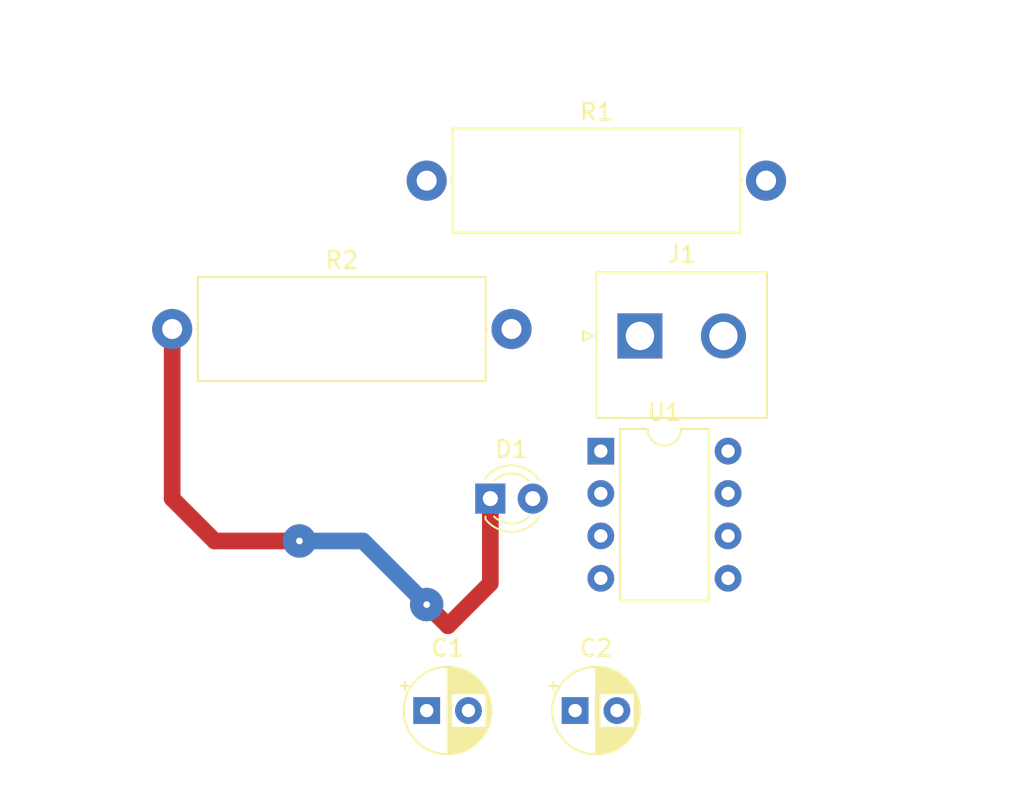
<source format=kicad_pcb>
(kicad_pcb (version 20171130) (host pcbnew "(5.0.0)")

  (general
    (thickness 1.6)
    (drawings 6)
    (tracks 18)
    (zones 0)
    (modules 7)
    (nets 9)
  )

  (page A4)
  (layers
    (0 F.Cu signal)
    (1 In1.Cu signal)
    (2 In2.Cu signal)
    (31 B.Cu signal)
    (32 B.Adhes user)
    (33 F.Adhes user)
    (34 B.Paste user)
    (35 F.Paste user)
    (36 B.SilkS user)
    (37 F.SilkS user)
    (38 B.Mask user)
    (39 F.Mask user)
    (40 Dwgs.User user)
    (41 Cmts.User user)
    (42 Eco1.User user)
    (43 Eco2.User user)
    (44 Edge.Cuts user)
    (45 Margin user)
    (46 B.CrtYd user)
    (47 F.CrtYd user)
    (48 B.Fab user)
    (49 F.Fab user)
  )

  (setup
    (last_trace_width 1)
    (trace_clearance 0.2)
    (zone_clearance 0.508)
    (zone_45_only no)
    (trace_min 0.2)
    (segment_width 0.2)
    (edge_width 0.15)
    (via_size 2)
    (via_drill 0.4)
    (via_min_size 0.4)
    (via_min_drill 0.3)
    (uvia_size 0.3)
    (uvia_drill 0.1)
    (uvias_allowed no)
    (uvia_min_size 0.2)
    (uvia_min_drill 0.1)
    (pcb_text_width 0.3)
    (pcb_text_size 1.5 1.5)
    (mod_edge_width 0.15)
    (mod_text_size 1 1)
    (mod_text_width 0.15)
    (pad_size 1.524 1.524)
    (pad_drill 0.762)
    (pad_to_mask_clearance 0.2)
    (aux_axis_origin 0 0)
    (visible_elements 7FFFFFFF)
    (pcbplotparams
      (layerselection 0x010fc_ffffffff)
      (usegerberextensions false)
      (usegerberattributes false)
      (usegerberadvancedattributes false)
      (creategerberjobfile false)
      (excludeedgelayer true)
      (linewidth 0.100000)
      (plotframeref false)
      (viasonmask false)
      (mode 1)
      (useauxorigin false)
      (hpglpennumber 1)
      (hpglpenspeed 20)
      (hpglpendiameter 15.000000)
      (psnegative false)
      (psa4output false)
      (plotreference true)
      (plotvalue true)
      (plotinvisibletext false)
      (padsonsilk false)
      (subtractmaskfromsilk false)
      (outputformat 1)
      (mirror false)
      (drillshape 1)
      (scaleselection 1)
      (outputdirectory ""))
  )

  (net 0 "")
  (net 1 GND)
  (net 2 "Net-(C1-Pad1)")
  (net 3 "Net-(C2-Pad1)")
  (net 4 "Net-(D1-Pad1)")
  (net 5 "Net-(D1-Pad2)")
  (net 6 VCC)
  (net 7 "Net-(U1-Pad1)")
  (net 8 "Net-(U1-Pad8)")

  (net_class Default "This is the default net class."
    (clearance 0.2)
    (trace_width 1)
    (via_dia 2)
    (via_drill 0.4)
    (uvia_dia 0.3)
    (uvia_drill 0.1)
    (add_net GND)
    (add_net "Net-(C1-Pad1)")
    (add_net "Net-(C2-Pad1)")
    (add_net "Net-(D1-Pad1)")
    (add_net "Net-(D1-Pad2)")
    (add_net "Net-(U1-Pad1)")
    (add_net "Net-(U1-Pad8)")
    (add_net VCC)
  )

  (module Capacitor_THT:CP_Radial_D5.0mm_P2.50mm (layer F.Cu) (tedit 5AE50EF0) (tstamp 5BC5EE04)
    (at 146.05 107.95)
    (descr "CP, Radial series, Radial, pin pitch=2.50mm, , diameter=5mm, Electrolytic Capacitor")
    (tags "CP Radial series Radial pin pitch 2.50mm  diameter 5mm Electrolytic Capacitor")
    (path /5BAD7BC9)
    (fp_text reference C1 (at 1.25 -3.75) (layer F.SilkS)
      (effects (font (size 1 1) (thickness 0.15)))
    )
    (fp_text value CP (at 1.25 3.75) (layer F.Fab)
      (effects (font (size 1 1) (thickness 0.15)))
    )
    (fp_text user %R (at 1.25 0) (layer F.Fab)
      (effects (font (size 1 1) (thickness 0.15)))
    )
    (fp_line (start -1.304775 -1.725) (end -1.304775 -1.225) (layer F.SilkS) (width 0.12))
    (fp_line (start -1.554775 -1.475) (end -1.054775 -1.475) (layer F.SilkS) (width 0.12))
    (fp_line (start 3.851 -0.284) (end 3.851 0.284) (layer F.SilkS) (width 0.12))
    (fp_line (start 3.811 -0.518) (end 3.811 0.518) (layer F.SilkS) (width 0.12))
    (fp_line (start 3.771 -0.677) (end 3.771 0.677) (layer F.SilkS) (width 0.12))
    (fp_line (start 3.731 -0.805) (end 3.731 0.805) (layer F.SilkS) (width 0.12))
    (fp_line (start 3.691 -0.915) (end 3.691 0.915) (layer F.SilkS) (width 0.12))
    (fp_line (start 3.651 -1.011) (end 3.651 1.011) (layer F.SilkS) (width 0.12))
    (fp_line (start 3.611 -1.098) (end 3.611 1.098) (layer F.SilkS) (width 0.12))
    (fp_line (start 3.571 -1.178) (end 3.571 1.178) (layer F.SilkS) (width 0.12))
    (fp_line (start 3.531 1.04) (end 3.531 1.251) (layer F.SilkS) (width 0.12))
    (fp_line (start 3.531 -1.251) (end 3.531 -1.04) (layer F.SilkS) (width 0.12))
    (fp_line (start 3.491 1.04) (end 3.491 1.319) (layer F.SilkS) (width 0.12))
    (fp_line (start 3.491 -1.319) (end 3.491 -1.04) (layer F.SilkS) (width 0.12))
    (fp_line (start 3.451 1.04) (end 3.451 1.383) (layer F.SilkS) (width 0.12))
    (fp_line (start 3.451 -1.383) (end 3.451 -1.04) (layer F.SilkS) (width 0.12))
    (fp_line (start 3.411 1.04) (end 3.411 1.443) (layer F.SilkS) (width 0.12))
    (fp_line (start 3.411 -1.443) (end 3.411 -1.04) (layer F.SilkS) (width 0.12))
    (fp_line (start 3.371 1.04) (end 3.371 1.5) (layer F.SilkS) (width 0.12))
    (fp_line (start 3.371 -1.5) (end 3.371 -1.04) (layer F.SilkS) (width 0.12))
    (fp_line (start 3.331 1.04) (end 3.331 1.554) (layer F.SilkS) (width 0.12))
    (fp_line (start 3.331 -1.554) (end 3.331 -1.04) (layer F.SilkS) (width 0.12))
    (fp_line (start 3.291 1.04) (end 3.291 1.605) (layer F.SilkS) (width 0.12))
    (fp_line (start 3.291 -1.605) (end 3.291 -1.04) (layer F.SilkS) (width 0.12))
    (fp_line (start 3.251 1.04) (end 3.251 1.653) (layer F.SilkS) (width 0.12))
    (fp_line (start 3.251 -1.653) (end 3.251 -1.04) (layer F.SilkS) (width 0.12))
    (fp_line (start 3.211 1.04) (end 3.211 1.699) (layer F.SilkS) (width 0.12))
    (fp_line (start 3.211 -1.699) (end 3.211 -1.04) (layer F.SilkS) (width 0.12))
    (fp_line (start 3.171 1.04) (end 3.171 1.743) (layer F.SilkS) (width 0.12))
    (fp_line (start 3.171 -1.743) (end 3.171 -1.04) (layer F.SilkS) (width 0.12))
    (fp_line (start 3.131 1.04) (end 3.131 1.785) (layer F.SilkS) (width 0.12))
    (fp_line (start 3.131 -1.785) (end 3.131 -1.04) (layer F.SilkS) (width 0.12))
    (fp_line (start 3.091 1.04) (end 3.091 1.826) (layer F.SilkS) (width 0.12))
    (fp_line (start 3.091 -1.826) (end 3.091 -1.04) (layer F.SilkS) (width 0.12))
    (fp_line (start 3.051 1.04) (end 3.051 1.864) (layer F.SilkS) (width 0.12))
    (fp_line (start 3.051 -1.864) (end 3.051 -1.04) (layer F.SilkS) (width 0.12))
    (fp_line (start 3.011 1.04) (end 3.011 1.901) (layer F.SilkS) (width 0.12))
    (fp_line (start 3.011 -1.901) (end 3.011 -1.04) (layer F.SilkS) (width 0.12))
    (fp_line (start 2.971 1.04) (end 2.971 1.937) (layer F.SilkS) (width 0.12))
    (fp_line (start 2.971 -1.937) (end 2.971 -1.04) (layer F.SilkS) (width 0.12))
    (fp_line (start 2.931 1.04) (end 2.931 1.971) (layer F.SilkS) (width 0.12))
    (fp_line (start 2.931 -1.971) (end 2.931 -1.04) (layer F.SilkS) (width 0.12))
    (fp_line (start 2.891 1.04) (end 2.891 2.004) (layer F.SilkS) (width 0.12))
    (fp_line (start 2.891 -2.004) (end 2.891 -1.04) (layer F.SilkS) (width 0.12))
    (fp_line (start 2.851 1.04) (end 2.851 2.035) (layer F.SilkS) (width 0.12))
    (fp_line (start 2.851 -2.035) (end 2.851 -1.04) (layer F.SilkS) (width 0.12))
    (fp_line (start 2.811 1.04) (end 2.811 2.065) (layer F.SilkS) (width 0.12))
    (fp_line (start 2.811 -2.065) (end 2.811 -1.04) (layer F.SilkS) (width 0.12))
    (fp_line (start 2.771 1.04) (end 2.771 2.095) (layer F.SilkS) (width 0.12))
    (fp_line (start 2.771 -2.095) (end 2.771 -1.04) (layer F.SilkS) (width 0.12))
    (fp_line (start 2.731 1.04) (end 2.731 2.122) (layer F.SilkS) (width 0.12))
    (fp_line (start 2.731 -2.122) (end 2.731 -1.04) (layer F.SilkS) (width 0.12))
    (fp_line (start 2.691 1.04) (end 2.691 2.149) (layer F.SilkS) (width 0.12))
    (fp_line (start 2.691 -2.149) (end 2.691 -1.04) (layer F.SilkS) (width 0.12))
    (fp_line (start 2.651 1.04) (end 2.651 2.175) (layer F.SilkS) (width 0.12))
    (fp_line (start 2.651 -2.175) (end 2.651 -1.04) (layer F.SilkS) (width 0.12))
    (fp_line (start 2.611 1.04) (end 2.611 2.2) (layer F.SilkS) (width 0.12))
    (fp_line (start 2.611 -2.2) (end 2.611 -1.04) (layer F.SilkS) (width 0.12))
    (fp_line (start 2.571 1.04) (end 2.571 2.224) (layer F.SilkS) (width 0.12))
    (fp_line (start 2.571 -2.224) (end 2.571 -1.04) (layer F.SilkS) (width 0.12))
    (fp_line (start 2.531 1.04) (end 2.531 2.247) (layer F.SilkS) (width 0.12))
    (fp_line (start 2.531 -2.247) (end 2.531 -1.04) (layer F.SilkS) (width 0.12))
    (fp_line (start 2.491 1.04) (end 2.491 2.268) (layer F.SilkS) (width 0.12))
    (fp_line (start 2.491 -2.268) (end 2.491 -1.04) (layer F.SilkS) (width 0.12))
    (fp_line (start 2.451 1.04) (end 2.451 2.29) (layer F.SilkS) (width 0.12))
    (fp_line (start 2.451 -2.29) (end 2.451 -1.04) (layer F.SilkS) (width 0.12))
    (fp_line (start 2.411 1.04) (end 2.411 2.31) (layer F.SilkS) (width 0.12))
    (fp_line (start 2.411 -2.31) (end 2.411 -1.04) (layer F.SilkS) (width 0.12))
    (fp_line (start 2.371 1.04) (end 2.371 2.329) (layer F.SilkS) (width 0.12))
    (fp_line (start 2.371 -2.329) (end 2.371 -1.04) (layer F.SilkS) (width 0.12))
    (fp_line (start 2.331 1.04) (end 2.331 2.348) (layer F.SilkS) (width 0.12))
    (fp_line (start 2.331 -2.348) (end 2.331 -1.04) (layer F.SilkS) (width 0.12))
    (fp_line (start 2.291 1.04) (end 2.291 2.365) (layer F.SilkS) (width 0.12))
    (fp_line (start 2.291 -2.365) (end 2.291 -1.04) (layer F.SilkS) (width 0.12))
    (fp_line (start 2.251 1.04) (end 2.251 2.382) (layer F.SilkS) (width 0.12))
    (fp_line (start 2.251 -2.382) (end 2.251 -1.04) (layer F.SilkS) (width 0.12))
    (fp_line (start 2.211 1.04) (end 2.211 2.398) (layer F.SilkS) (width 0.12))
    (fp_line (start 2.211 -2.398) (end 2.211 -1.04) (layer F.SilkS) (width 0.12))
    (fp_line (start 2.171 1.04) (end 2.171 2.414) (layer F.SilkS) (width 0.12))
    (fp_line (start 2.171 -2.414) (end 2.171 -1.04) (layer F.SilkS) (width 0.12))
    (fp_line (start 2.131 1.04) (end 2.131 2.428) (layer F.SilkS) (width 0.12))
    (fp_line (start 2.131 -2.428) (end 2.131 -1.04) (layer F.SilkS) (width 0.12))
    (fp_line (start 2.091 1.04) (end 2.091 2.442) (layer F.SilkS) (width 0.12))
    (fp_line (start 2.091 -2.442) (end 2.091 -1.04) (layer F.SilkS) (width 0.12))
    (fp_line (start 2.051 1.04) (end 2.051 2.455) (layer F.SilkS) (width 0.12))
    (fp_line (start 2.051 -2.455) (end 2.051 -1.04) (layer F.SilkS) (width 0.12))
    (fp_line (start 2.011 1.04) (end 2.011 2.468) (layer F.SilkS) (width 0.12))
    (fp_line (start 2.011 -2.468) (end 2.011 -1.04) (layer F.SilkS) (width 0.12))
    (fp_line (start 1.971 1.04) (end 1.971 2.48) (layer F.SilkS) (width 0.12))
    (fp_line (start 1.971 -2.48) (end 1.971 -1.04) (layer F.SilkS) (width 0.12))
    (fp_line (start 1.93 1.04) (end 1.93 2.491) (layer F.SilkS) (width 0.12))
    (fp_line (start 1.93 -2.491) (end 1.93 -1.04) (layer F.SilkS) (width 0.12))
    (fp_line (start 1.89 1.04) (end 1.89 2.501) (layer F.SilkS) (width 0.12))
    (fp_line (start 1.89 -2.501) (end 1.89 -1.04) (layer F.SilkS) (width 0.12))
    (fp_line (start 1.85 1.04) (end 1.85 2.511) (layer F.SilkS) (width 0.12))
    (fp_line (start 1.85 -2.511) (end 1.85 -1.04) (layer F.SilkS) (width 0.12))
    (fp_line (start 1.81 1.04) (end 1.81 2.52) (layer F.SilkS) (width 0.12))
    (fp_line (start 1.81 -2.52) (end 1.81 -1.04) (layer F.SilkS) (width 0.12))
    (fp_line (start 1.77 1.04) (end 1.77 2.528) (layer F.SilkS) (width 0.12))
    (fp_line (start 1.77 -2.528) (end 1.77 -1.04) (layer F.SilkS) (width 0.12))
    (fp_line (start 1.73 1.04) (end 1.73 2.536) (layer F.SilkS) (width 0.12))
    (fp_line (start 1.73 -2.536) (end 1.73 -1.04) (layer F.SilkS) (width 0.12))
    (fp_line (start 1.69 1.04) (end 1.69 2.543) (layer F.SilkS) (width 0.12))
    (fp_line (start 1.69 -2.543) (end 1.69 -1.04) (layer F.SilkS) (width 0.12))
    (fp_line (start 1.65 1.04) (end 1.65 2.55) (layer F.SilkS) (width 0.12))
    (fp_line (start 1.65 -2.55) (end 1.65 -1.04) (layer F.SilkS) (width 0.12))
    (fp_line (start 1.61 1.04) (end 1.61 2.556) (layer F.SilkS) (width 0.12))
    (fp_line (start 1.61 -2.556) (end 1.61 -1.04) (layer F.SilkS) (width 0.12))
    (fp_line (start 1.57 1.04) (end 1.57 2.561) (layer F.SilkS) (width 0.12))
    (fp_line (start 1.57 -2.561) (end 1.57 -1.04) (layer F.SilkS) (width 0.12))
    (fp_line (start 1.53 1.04) (end 1.53 2.565) (layer F.SilkS) (width 0.12))
    (fp_line (start 1.53 -2.565) (end 1.53 -1.04) (layer F.SilkS) (width 0.12))
    (fp_line (start 1.49 1.04) (end 1.49 2.569) (layer F.SilkS) (width 0.12))
    (fp_line (start 1.49 -2.569) (end 1.49 -1.04) (layer F.SilkS) (width 0.12))
    (fp_line (start 1.45 -2.573) (end 1.45 2.573) (layer F.SilkS) (width 0.12))
    (fp_line (start 1.41 -2.576) (end 1.41 2.576) (layer F.SilkS) (width 0.12))
    (fp_line (start 1.37 -2.578) (end 1.37 2.578) (layer F.SilkS) (width 0.12))
    (fp_line (start 1.33 -2.579) (end 1.33 2.579) (layer F.SilkS) (width 0.12))
    (fp_line (start 1.29 -2.58) (end 1.29 2.58) (layer F.SilkS) (width 0.12))
    (fp_line (start 1.25 -2.58) (end 1.25 2.58) (layer F.SilkS) (width 0.12))
    (fp_line (start -0.633605 -1.3375) (end -0.633605 -0.8375) (layer F.Fab) (width 0.1))
    (fp_line (start -0.883605 -1.0875) (end -0.383605 -1.0875) (layer F.Fab) (width 0.1))
    (fp_circle (center 1.25 0) (end 4 0) (layer F.CrtYd) (width 0.05))
    (fp_circle (center 1.25 0) (end 3.87 0) (layer F.SilkS) (width 0.12))
    (fp_circle (center 1.25 0) (end 3.75 0) (layer F.Fab) (width 0.1))
    (pad 2 thru_hole circle (at 2.5 0) (size 1.6 1.6) (drill 0.8) (layers *.Cu *.Mask)
      (net 1 GND))
    (pad 1 thru_hole rect (at 0 0) (size 1.6 1.6) (drill 0.8) (layers *.Cu *.Mask)
      (net 2 "Net-(C1-Pad1)"))
    (model ${KISYS3DMOD}/Capacitor_THT.3dshapes/CP_Radial_D5.0mm_P2.50mm.wrl
      (at (xyz 0 0 0))
      (scale (xyz 1 1 1))
      (rotate (xyz 0 0 0))
    )
  )

  (module Capacitor_THT:CP_Radial_D5.0mm_P2.50mm (layer F.Cu) (tedit 5AE50EF0) (tstamp 5BC5EE88)
    (at 154.94 107.95)
    (descr "CP, Radial series, Radial, pin pitch=2.50mm, , diameter=5mm, Electrolytic Capacitor")
    (tags "CP Radial series Radial pin pitch 2.50mm  diameter 5mm Electrolytic Capacitor")
    (path /5BAD7B77)
    (fp_text reference C2 (at 1.25 -3.75) (layer F.SilkS)
      (effects (font (size 1 1) (thickness 0.15)))
    )
    (fp_text value CP (at 1.25 3.75) (layer F.Fab)
      (effects (font (size 1 1) (thickness 0.15)))
    )
    (fp_circle (center 1.25 0) (end 3.75 0) (layer F.Fab) (width 0.1))
    (fp_circle (center 1.25 0) (end 3.87 0) (layer F.SilkS) (width 0.12))
    (fp_circle (center 1.25 0) (end 4 0) (layer F.CrtYd) (width 0.05))
    (fp_line (start -0.883605 -1.0875) (end -0.383605 -1.0875) (layer F.Fab) (width 0.1))
    (fp_line (start -0.633605 -1.3375) (end -0.633605 -0.8375) (layer F.Fab) (width 0.1))
    (fp_line (start 1.25 -2.58) (end 1.25 2.58) (layer F.SilkS) (width 0.12))
    (fp_line (start 1.29 -2.58) (end 1.29 2.58) (layer F.SilkS) (width 0.12))
    (fp_line (start 1.33 -2.579) (end 1.33 2.579) (layer F.SilkS) (width 0.12))
    (fp_line (start 1.37 -2.578) (end 1.37 2.578) (layer F.SilkS) (width 0.12))
    (fp_line (start 1.41 -2.576) (end 1.41 2.576) (layer F.SilkS) (width 0.12))
    (fp_line (start 1.45 -2.573) (end 1.45 2.573) (layer F.SilkS) (width 0.12))
    (fp_line (start 1.49 -2.569) (end 1.49 -1.04) (layer F.SilkS) (width 0.12))
    (fp_line (start 1.49 1.04) (end 1.49 2.569) (layer F.SilkS) (width 0.12))
    (fp_line (start 1.53 -2.565) (end 1.53 -1.04) (layer F.SilkS) (width 0.12))
    (fp_line (start 1.53 1.04) (end 1.53 2.565) (layer F.SilkS) (width 0.12))
    (fp_line (start 1.57 -2.561) (end 1.57 -1.04) (layer F.SilkS) (width 0.12))
    (fp_line (start 1.57 1.04) (end 1.57 2.561) (layer F.SilkS) (width 0.12))
    (fp_line (start 1.61 -2.556) (end 1.61 -1.04) (layer F.SilkS) (width 0.12))
    (fp_line (start 1.61 1.04) (end 1.61 2.556) (layer F.SilkS) (width 0.12))
    (fp_line (start 1.65 -2.55) (end 1.65 -1.04) (layer F.SilkS) (width 0.12))
    (fp_line (start 1.65 1.04) (end 1.65 2.55) (layer F.SilkS) (width 0.12))
    (fp_line (start 1.69 -2.543) (end 1.69 -1.04) (layer F.SilkS) (width 0.12))
    (fp_line (start 1.69 1.04) (end 1.69 2.543) (layer F.SilkS) (width 0.12))
    (fp_line (start 1.73 -2.536) (end 1.73 -1.04) (layer F.SilkS) (width 0.12))
    (fp_line (start 1.73 1.04) (end 1.73 2.536) (layer F.SilkS) (width 0.12))
    (fp_line (start 1.77 -2.528) (end 1.77 -1.04) (layer F.SilkS) (width 0.12))
    (fp_line (start 1.77 1.04) (end 1.77 2.528) (layer F.SilkS) (width 0.12))
    (fp_line (start 1.81 -2.52) (end 1.81 -1.04) (layer F.SilkS) (width 0.12))
    (fp_line (start 1.81 1.04) (end 1.81 2.52) (layer F.SilkS) (width 0.12))
    (fp_line (start 1.85 -2.511) (end 1.85 -1.04) (layer F.SilkS) (width 0.12))
    (fp_line (start 1.85 1.04) (end 1.85 2.511) (layer F.SilkS) (width 0.12))
    (fp_line (start 1.89 -2.501) (end 1.89 -1.04) (layer F.SilkS) (width 0.12))
    (fp_line (start 1.89 1.04) (end 1.89 2.501) (layer F.SilkS) (width 0.12))
    (fp_line (start 1.93 -2.491) (end 1.93 -1.04) (layer F.SilkS) (width 0.12))
    (fp_line (start 1.93 1.04) (end 1.93 2.491) (layer F.SilkS) (width 0.12))
    (fp_line (start 1.971 -2.48) (end 1.971 -1.04) (layer F.SilkS) (width 0.12))
    (fp_line (start 1.971 1.04) (end 1.971 2.48) (layer F.SilkS) (width 0.12))
    (fp_line (start 2.011 -2.468) (end 2.011 -1.04) (layer F.SilkS) (width 0.12))
    (fp_line (start 2.011 1.04) (end 2.011 2.468) (layer F.SilkS) (width 0.12))
    (fp_line (start 2.051 -2.455) (end 2.051 -1.04) (layer F.SilkS) (width 0.12))
    (fp_line (start 2.051 1.04) (end 2.051 2.455) (layer F.SilkS) (width 0.12))
    (fp_line (start 2.091 -2.442) (end 2.091 -1.04) (layer F.SilkS) (width 0.12))
    (fp_line (start 2.091 1.04) (end 2.091 2.442) (layer F.SilkS) (width 0.12))
    (fp_line (start 2.131 -2.428) (end 2.131 -1.04) (layer F.SilkS) (width 0.12))
    (fp_line (start 2.131 1.04) (end 2.131 2.428) (layer F.SilkS) (width 0.12))
    (fp_line (start 2.171 -2.414) (end 2.171 -1.04) (layer F.SilkS) (width 0.12))
    (fp_line (start 2.171 1.04) (end 2.171 2.414) (layer F.SilkS) (width 0.12))
    (fp_line (start 2.211 -2.398) (end 2.211 -1.04) (layer F.SilkS) (width 0.12))
    (fp_line (start 2.211 1.04) (end 2.211 2.398) (layer F.SilkS) (width 0.12))
    (fp_line (start 2.251 -2.382) (end 2.251 -1.04) (layer F.SilkS) (width 0.12))
    (fp_line (start 2.251 1.04) (end 2.251 2.382) (layer F.SilkS) (width 0.12))
    (fp_line (start 2.291 -2.365) (end 2.291 -1.04) (layer F.SilkS) (width 0.12))
    (fp_line (start 2.291 1.04) (end 2.291 2.365) (layer F.SilkS) (width 0.12))
    (fp_line (start 2.331 -2.348) (end 2.331 -1.04) (layer F.SilkS) (width 0.12))
    (fp_line (start 2.331 1.04) (end 2.331 2.348) (layer F.SilkS) (width 0.12))
    (fp_line (start 2.371 -2.329) (end 2.371 -1.04) (layer F.SilkS) (width 0.12))
    (fp_line (start 2.371 1.04) (end 2.371 2.329) (layer F.SilkS) (width 0.12))
    (fp_line (start 2.411 -2.31) (end 2.411 -1.04) (layer F.SilkS) (width 0.12))
    (fp_line (start 2.411 1.04) (end 2.411 2.31) (layer F.SilkS) (width 0.12))
    (fp_line (start 2.451 -2.29) (end 2.451 -1.04) (layer F.SilkS) (width 0.12))
    (fp_line (start 2.451 1.04) (end 2.451 2.29) (layer F.SilkS) (width 0.12))
    (fp_line (start 2.491 -2.268) (end 2.491 -1.04) (layer F.SilkS) (width 0.12))
    (fp_line (start 2.491 1.04) (end 2.491 2.268) (layer F.SilkS) (width 0.12))
    (fp_line (start 2.531 -2.247) (end 2.531 -1.04) (layer F.SilkS) (width 0.12))
    (fp_line (start 2.531 1.04) (end 2.531 2.247) (layer F.SilkS) (width 0.12))
    (fp_line (start 2.571 -2.224) (end 2.571 -1.04) (layer F.SilkS) (width 0.12))
    (fp_line (start 2.571 1.04) (end 2.571 2.224) (layer F.SilkS) (width 0.12))
    (fp_line (start 2.611 -2.2) (end 2.611 -1.04) (layer F.SilkS) (width 0.12))
    (fp_line (start 2.611 1.04) (end 2.611 2.2) (layer F.SilkS) (width 0.12))
    (fp_line (start 2.651 -2.175) (end 2.651 -1.04) (layer F.SilkS) (width 0.12))
    (fp_line (start 2.651 1.04) (end 2.651 2.175) (layer F.SilkS) (width 0.12))
    (fp_line (start 2.691 -2.149) (end 2.691 -1.04) (layer F.SilkS) (width 0.12))
    (fp_line (start 2.691 1.04) (end 2.691 2.149) (layer F.SilkS) (width 0.12))
    (fp_line (start 2.731 -2.122) (end 2.731 -1.04) (layer F.SilkS) (width 0.12))
    (fp_line (start 2.731 1.04) (end 2.731 2.122) (layer F.SilkS) (width 0.12))
    (fp_line (start 2.771 -2.095) (end 2.771 -1.04) (layer F.SilkS) (width 0.12))
    (fp_line (start 2.771 1.04) (end 2.771 2.095) (layer F.SilkS) (width 0.12))
    (fp_line (start 2.811 -2.065) (end 2.811 -1.04) (layer F.SilkS) (width 0.12))
    (fp_line (start 2.811 1.04) (end 2.811 2.065) (layer F.SilkS) (width 0.12))
    (fp_line (start 2.851 -2.035) (end 2.851 -1.04) (layer F.SilkS) (width 0.12))
    (fp_line (start 2.851 1.04) (end 2.851 2.035) (layer F.SilkS) (width 0.12))
    (fp_line (start 2.891 -2.004) (end 2.891 -1.04) (layer F.SilkS) (width 0.12))
    (fp_line (start 2.891 1.04) (end 2.891 2.004) (layer F.SilkS) (width 0.12))
    (fp_line (start 2.931 -1.971) (end 2.931 -1.04) (layer F.SilkS) (width 0.12))
    (fp_line (start 2.931 1.04) (end 2.931 1.971) (layer F.SilkS) (width 0.12))
    (fp_line (start 2.971 -1.937) (end 2.971 -1.04) (layer F.SilkS) (width 0.12))
    (fp_line (start 2.971 1.04) (end 2.971 1.937) (layer F.SilkS) (width 0.12))
    (fp_line (start 3.011 -1.901) (end 3.011 -1.04) (layer F.SilkS) (width 0.12))
    (fp_line (start 3.011 1.04) (end 3.011 1.901) (layer F.SilkS) (width 0.12))
    (fp_line (start 3.051 -1.864) (end 3.051 -1.04) (layer F.SilkS) (width 0.12))
    (fp_line (start 3.051 1.04) (end 3.051 1.864) (layer F.SilkS) (width 0.12))
    (fp_line (start 3.091 -1.826) (end 3.091 -1.04) (layer F.SilkS) (width 0.12))
    (fp_line (start 3.091 1.04) (end 3.091 1.826) (layer F.SilkS) (width 0.12))
    (fp_line (start 3.131 -1.785) (end 3.131 -1.04) (layer F.SilkS) (width 0.12))
    (fp_line (start 3.131 1.04) (end 3.131 1.785) (layer F.SilkS) (width 0.12))
    (fp_line (start 3.171 -1.743) (end 3.171 -1.04) (layer F.SilkS) (width 0.12))
    (fp_line (start 3.171 1.04) (end 3.171 1.743) (layer F.SilkS) (width 0.12))
    (fp_line (start 3.211 -1.699) (end 3.211 -1.04) (layer F.SilkS) (width 0.12))
    (fp_line (start 3.211 1.04) (end 3.211 1.699) (layer F.SilkS) (width 0.12))
    (fp_line (start 3.251 -1.653) (end 3.251 -1.04) (layer F.SilkS) (width 0.12))
    (fp_line (start 3.251 1.04) (end 3.251 1.653) (layer F.SilkS) (width 0.12))
    (fp_line (start 3.291 -1.605) (end 3.291 -1.04) (layer F.SilkS) (width 0.12))
    (fp_line (start 3.291 1.04) (end 3.291 1.605) (layer F.SilkS) (width 0.12))
    (fp_line (start 3.331 -1.554) (end 3.331 -1.04) (layer F.SilkS) (width 0.12))
    (fp_line (start 3.331 1.04) (end 3.331 1.554) (layer F.SilkS) (width 0.12))
    (fp_line (start 3.371 -1.5) (end 3.371 -1.04) (layer F.SilkS) (width 0.12))
    (fp_line (start 3.371 1.04) (end 3.371 1.5) (layer F.SilkS) (width 0.12))
    (fp_line (start 3.411 -1.443) (end 3.411 -1.04) (layer F.SilkS) (width 0.12))
    (fp_line (start 3.411 1.04) (end 3.411 1.443) (layer F.SilkS) (width 0.12))
    (fp_line (start 3.451 -1.383) (end 3.451 -1.04) (layer F.SilkS) (width 0.12))
    (fp_line (start 3.451 1.04) (end 3.451 1.383) (layer F.SilkS) (width 0.12))
    (fp_line (start 3.491 -1.319) (end 3.491 -1.04) (layer F.SilkS) (width 0.12))
    (fp_line (start 3.491 1.04) (end 3.491 1.319) (layer F.SilkS) (width 0.12))
    (fp_line (start 3.531 -1.251) (end 3.531 -1.04) (layer F.SilkS) (width 0.12))
    (fp_line (start 3.531 1.04) (end 3.531 1.251) (layer F.SilkS) (width 0.12))
    (fp_line (start 3.571 -1.178) (end 3.571 1.178) (layer F.SilkS) (width 0.12))
    (fp_line (start 3.611 -1.098) (end 3.611 1.098) (layer F.SilkS) (width 0.12))
    (fp_line (start 3.651 -1.011) (end 3.651 1.011) (layer F.SilkS) (width 0.12))
    (fp_line (start 3.691 -0.915) (end 3.691 0.915) (layer F.SilkS) (width 0.12))
    (fp_line (start 3.731 -0.805) (end 3.731 0.805) (layer F.SilkS) (width 0.12))
    (fp_line (start 3.771 -0.677) (end 3.771 0.677) (layer F.SilkS) (width 0.12))
    (fp_line (start 3.811 -0.518) (end 3.811 0.518) (layer F.SilkS) (width 0.12))
    (fp_line (start 3.851 -0.284) (end 3.851 0.284) (layer F.SilkS) (width 0.12))
    (fp_line (start -1.554775 -1.475) (end -1.054775 -1.475) (layer F.SilkS) (width 0.12))
    (fp_line (start -1.304775 -1.725) (end -1.304775 -1.225) (layer F.SilkS) (width 0.12))
    (fp_text user %R (at 1.25 0) (layer F.Fab)
      (effects (font (size 1 1) (thickness 0.15)))
    )
    (pad 1 thru_hole rect (at 0 0) (size 1.6 1.6) (drill 0.8) (layers *.Cu *.Mask)
      (net 3 "Net-(C2-Pad1)"))
    (pad 2 thru_hole circle (at 2.5 0) (size 1.6 1.6) (drill 0.8) (layers *.Cu *.Mask)
      (net 1 GND))
    (model ${KISYS3DMOD}/Capacitor_THT.3dshapes/CP_Radial_D5.0mm_P2.50mm.wrl
      (at (xyz 0 0 0))
      (scale (xyz 1 1 1))
      (rotate (xyz 0 0 0))
    )
  )

  (module LED_THT:LED_D3.0mm (layer F.Cu) (tedit 587A3A7B) (tstamp 5BC5EE9B)
    (at 149.86 95.25)
    (descr "LED, diameter 3.0mm, 2 pins")
    (tags "LED diameter 3.0mm 2 pins")
    (path /5BAD7C37)
    (fp_text reference D1 (at 1.27 -2.96) (layer F.SilkS)
      (effects (font (size 1 1) (thickness 0.15)))
    )
    (fp_text value LED (at 1.27 2.96) (layer F.Fab)
      (effects (font (size 1 1) (thickness 0.15)))
    )
    (fp_arc (start 1.27 0) (end -0.23 -1.16619) (angle 284.3) (layer F.Fab) (width 0.1))
    (fp_arc (start 1.27 0) (end -0.29 -1.235516) (angle 108.8) (layer F.SilkS) (width 0.12))
    (fp_arc (start 1.27 0) (end -0.29 1.235516) (angle -108.8) (layer F.SilkS) (width 0.12))
    (fp_arc (start 1.27 0) (end 0.229039 -1.08) (angle 87.9) (layer F.SilkS) (width 0.12))
    (fp_arc (start 1.27 0) (end 0.229039 1.08) (angle -87.9) (layer F.SilkS) (width 0.12))
    (fp_circle (center 1.27 0) (end 2.77 0) (layer F.Fab) (width 0.1))
    (fp_line (start -0.23 -1.16619) (end -0.23 1.16619) (layer F.Fab) (width 0.1))
    (fp_line (start -0.29 -1.236) (end -0.29 -1.08) (layer F.SilkS) (width 0.12))
    (fp_line (start -0.29 1.08) (end -0.29 1.236) (layer F.SilkS) (width 0.12))
    (fp_line (start -1.15 -2.25) (end -1.15 2.25) (layer F.CrtYd) (width 0.05))
    (fp_line (start -1.15 2.25) (end 3.7 2.25) (layer F.CrtYd) (width 0.05))
    (fp_line (start 3.7 2.25) (end 3.7 -2.25) (layer F.CrtYd) (width 0.05))
    (fp_line (start 3.7 -2.25) (end -1.15 -2.25) (layer F.CrtYd) (width 0.05))
    (pad 1 thru_hole rect (at 0 0) (size 1.8 1.8) (drill 0.9) (layers *.Cu *.Mask)
      (net 4 "Net-(D1-Pad1)"))
    (pad 2 thru_hole circle (at 2.54 0) (size 1.8 1.8) (drill 0.9) (layers *.Cu *.Mask)
      (net 5 "Net-(D1-Pad2)"))
    (model ${KISYS3DMOD}/LED_THT.3dshapes/LED_D3.0mm.wrl
      (at (xyz 0 0 0))
      (scale (xyz 1 1 1))
      (rotate (xyz 0 0 0))
    )
  )

  (module Connector_JST:JST_NV_B02P-NV_1x02_P5.00mm_Vertical (layer F.Cu) (tedit 5A0E4143) (tstamp 5BC5EEB4)
    (at 158.820001 85.505001)
    (descr "JST NV series connector, B02P-NV (http://www.jst-mfg.com/product/pdf/eng/eNV.pdf), generated with kicad-footprint-generator")
    (tags "connector JST NV side entry")
    (path /5BAD91DA)
    (fp_text reference J1 (at 2.5 -4.9) (layer F.SilkS)
      (effects (font (size 1 1) (thickness 0.15)))
    )
    (fp_text value Conn_01x02_Female (at 2.5 6) (layer F.Fab)
      (effects (font (size 1 1) (thickness 0.15)))
    )
    (fp_line (start -2.5 -3.7) (end -2.5 4.8) (layer F.Fab) (width 0.1))
    (fp_line (start -2.5 4.8) (end 7.5 4.8) (layer F.Fab) (width 0.1))
    (fp_line (start 7.5 4.8) (end 7.5 -3.7) (layer F.Fab) (width 0.1))
    (fp_line (start 7.5 -3.7) (end -2.5 -3.7) (layer F.Fab) (width 0.1))
    (fp_line (start -2.5 -2) (end 7.5 -2) (layer F.Fab) (width 0.1))
    (fp_line (start -2.5 -1) (end -1.5 0) (layer F.Fab) (width 0.1))
    (fp_line (start -2.5 1) (end -1.5 0) (layer F.Fab) (width 0.1))
    (fp_line (start -3 -4.2) (end -3 5.3) (layer F.CrtYd) (width 0.05))
    (fp_line (start -3 5.3) (end 8 5.3) (layer F.CrtYd) (width 0.05))
    (fp_line (start 8 5.3) (end 8 -4.2) (layer F.CrtYd) (width 0.05))
    (fp_line (start 8 -4.2) (end -3 -4.2) (layer F.CrtYd) (width 0.05))
    (fp_line (start -2.61 -3.81) (end -2.61 4.91) (layer F.SilkS) (width 0.12))
    (fp_line (start -2.61 4.91) (end 7.61 4.91) (layer F.SilkS) (width 0.12))
    (fp_line (start 7.61 4.91) (end 7.61 -3.81) (layer F.SilkS) (width 0.12))
    (fp_line (start 7.61 -3.81) (end -2.61 -3.81) (layer F.SilkS) (width 0.12))
    (fp_line (start -2.81 0) (end -3.41 0.3) (layer F.SilkS) (width 0.12))
    (fp_line (start -3.41 0.3) (end -3.41 -0.3) (layer F.SilkS) (width 0.12))
    (fp_line (start -3.41 -0.3) (end -2.81 0) (layer F.SilkS) (width 0.12))
    (fp_text user %R (at 2.5 4.1) (layer F.Fab)
      (effects (font (size 1 1) (thickness 0.15)))
    )
    (pad 1 thru_hole rect (at 0 0) (size 2.7 2.7) (drill 1.7) (layers *.Cu *.Mask)
      (net 1 GND))
    (pad 2 thru_hole circle (at 5 0) (size 2.7 2.7) (drill 1.7) (layers *.Cu *.Mask)
      (net 6 VCC))
    (model ${KISYS3DMOD}/Connector_JST.3dshapes/JST_NV_B02P-NV_1x02_P5.00mm_Vertical.wrl
      (at (xyz 0 0 0))
      (scale (xyz 1 1 1))
      (rotate (xyz 0 0 0))
    )
  )

  (module Resistor_THT:R_Axial_DIN0617_L17.0mm_D6.0mm_P20.32mm_Horizontal (layer F.Cu) (tedit 5AE5139B) (tstamp 5BC5EECB)
    (at 146.05 76.2)
    (descr "Resistor, Axial_DIN0617 series, Axial, Horizontal, pin pitch=20.32mm, 2W, length*diameter=17*6mm^2, http://www.vishay.com/docs/20128/wkxwrx.pdf")
    (tags "Resistor Axial_DIN0617 series Axial Horizontal pin pitch 20.32mm 2W length 17mm diameter 6mm")
    (path /5BAD7A94)
    (fp_text reference R1 (at 10.16 -4.12) (layer F.SilkS)
      (effects (font (size 1 1) (thickness 0.15)))
    )
    (fp_text value R (at 10.16 4.12) (layer F.Fab)
      (effects (font (size 1 1) (thickness 0.15)))
    )
    (fp_text user %R (at 10.16 0) (layer F.Fab)
      (effects (font (size 1 1) (thickness 0.15)))
    )
    (fp_line (start 21.77 -3.25) (end -1.45 -3.25) (layer F.CrtYd) (width 0.05))
    (fp_line (start 21.77 3.25) (end 21.77 -3.25) (layer F.CrtYd) (width 0.05))
    (fp_line (start -1.45 3.25) (end 21.77 3.25) (layer F.CrtYd) (width 0.05))
    (fp_line (start -1.45 -3.25) (end -1.45 3.25) (layer F.CrtYd) (width 0.05))
    (fp_line (start 18.88 0) (end 18.78 0) (layer F.SilkS) (width 0.12))
    (fp_line (start 1.44 0) (end 1.54 0) (layer F.SilkS) (width 0.12))
    (fp_line (start 18.78 -3.12) (end 1.54 -3.12) (layer F.SilkS) (width 0.12))
    (fp_line (start 18.78 3.12) (end 18.78 -3.12) (layer F.SilkS) (width 0.12))
    (fp_line (start 1.54 3.12) (end 18.78 3.12) (layer F.SilkS) (width 0.12))
    (fp_line (start 1.54 -3.12) (end 1.54 3.12) (layer F.SilkS) (width 0.12))
    (fp_line (start 20.32 0) (end 18.66 0) (layer F.Fab) (width 0.1))
    (fp_line (start 0 0) (end 1.66 0) (layer F.Fab) (width 0.1))
    (fp_line (start 18.66 -3) (end 1.66 -3) (layer F.Fab) (width 0.1))
    (fp_line (start 18.66 3) (end 18.66 -3) (layer F.Fab) (width 0.1))
    (fp_line (start 1.66 3) (end 18.66 3) (layer F.Fab) (width 0.1))
    (fp_line (start 1.66 -3) (end 1.66 3) (layer F.Fab) (width 0.1))
    (pad 2 thru_hole oval (at 20.32 0) (size 2.4 2.4) (drill 1.2) (layers *.Cu *.Mask)
      (net 3 "Net-(C2-Pad1)"))
    (pad 1 thru_hole circle (at 0 0) (size 2.4 2.4) (drill 1.2) (layers *.Cu *.Mask)
      (net 6 VCC))
    (model ${KISYS3DMOD}/Resistor_THT.3dshapes/R_Axial_DIN0617_L17.0mm_D6.0mm_P20.32mm_Horizontal.wrl
      (at (xyz 0 0 0))
      (scale (xyz 1 1 1))
      (rotate (xyz 0 0 0))
    )
  )

  (module Resistor_THT:R_Axial_DIN0617_L17.0mm_D6.0mm_P20.32mm_Horizontal (layer F.Cu) (tedit 5AE5139B) (tstamp 5BC5EEE2)
    (at 130.81 85.09)
    (descr "Resistor, Axial_DIN0617 series, Axial, Horizontal, pin pitch=20.32mm, 2W, length*diameter=17*6mm^2, http://www.vishay.com/docs/20128/wkxwrx.pdf")
    (tags "Resistor Axial_DIN0617 series Axial Horizontal pin pitch 20.32mm 2W length 17mm diameter 6mm")
    (path /5BAD7A30)
    (fp_text reference R2 (at 10.16 -4.12) (layer F.SilkS)
      (effects (font (size 1 1) (thickness 0.15)))
    )
    (fp_text value R (at 10.16 4.12) (layer F.Fab)
      (effects (font (size 1 1) (thickness 0.15)))
    )
    (fp_line (start 1.66 -3) (end 1.66 3) (layer F.Fab) (width 0.1))
    (fp_line (start 1.66 3) (end 18.66 3) (layer F.Fab) (width 0.1))
    (fp_line (start 18.66 3) (end 18.66 -3) (layer F.Fab) (width 0.1))
    (fp_line (start 18.66 -3) (end 1.66 -3) (layer F.Fab) (width 0.1))
    (fp_line (start 0 0) (end 1.66 0) (layer F.Fab) (width 0.1))
    (fp_line (start 20.32 0) (end 18.66 0) (layer F.Fab) (width 0.1))
    (fp_line (start 1.54 -3.12) (end 1.54 3.12) (layer F.SilkS) (width 0.12))
    (fp_line (start 1.54 3.12) (end 18.78 3.12) (layer F.SilkS) (width 0.12))
    (fp_line (start 18.78 3.12) (end 18.78 -3.12) (layer F.SilkS) (width 0.12))
    (fp_line (start 18.78 -3.12) (end 1.54 -3.12) (layer F.SilkS) (width 0.12))
    (fp_line (start 1.44 0) (end 1.54 0) (layer F.SilkS) (width 0.12))
    (fp_line (start 18.88 0) (end 18.78 0) (layer F.SilkS) (width 0.12))
    (fp_line (start -1.45 -3.25) (end -1.45 3.25) (layer F.CrtYd) (width 0.05))
    (fp_line (start -1.45 3.25) (end 21.77 3.25) (layer F.CrtYd) (width 0.05))
    (fp_line (start 21.77 3.25) (end 21.77 -3.25) (layer F.CrtYd) (width 0.05))
    (fp_line (start 21.77 -3.25) (end -1.45 -3.25) (layer F.CrtYd) (width 0.05))
    (fp_text user %R (at 10.16 0) (layer F.Fab)
      (effects (font (size 1 1) (thickness 0.15)))
    )
    (pad 1 thru_hole circle (at 0 0) (size 2.4 2.4) (drill 1.2) (layers *.Cu *.Mask)
      (net 4 "Net-(D1-Pad1)"))
    (pad 2 thru_hole oval (at 20.32 0) (size 2.4 2.4) (drill 1.2) (layers *.Cu *.Mask)
      (net 1 GND))
    (model ${KISYS3DMOD}/Resistor_THT.3dshapes/R_Axial_DIN0617_L17.0mm_D6.0mm_P20.32mm_Horizontal.wrl
      (at (xyz 0 0 0))
      (scale (xyz 1 1 1))
      (rotate (xyz 0 0 0))
    )
  )

  (module Package_DIP:DIP-8_W7.62mm (layer F.Cu) (tedit 5A02E8C5) (tstamp 5BC5EEFE)
    (at 156.475001 92.405001)
    (descr "8-lead though-hole mounted DIP package, row spacing 7.62 mm (300 mils)")
    (tags "THT DIP DIL PDIP 2.54mm 7.62mm 300mil")
    (path /5BAD796D)
    (fp_text reference U1 (at 3.81 -2.33) (layer F.SilkS)
      (effects (font (size 1 1) (thickness 0.15)))
    )
    (fp_text value LM555 (at 3.81 9.95) (layer F.Fab)
      (effects (font (size 1 1) (thickness 0.15)))
    )
    (fp_arc (start 3.81 -1.33) (end 2.81 -1.33) (angle -180) (layer F.SilkS) (width 0.12))
    (fp_line (start 1.635 -1.27) (end 6.985 -1.27) (layer F.Fab) (width 0.1))
    (fp_line (start 6.985 -1.27) (end 6.985 8.89) (layer F.Fab) (width 0.1))
    (fp_line (start 6.985 8.89) (end 0.635 8.89) (layer F.Fab) (width 0.1))
    (fp_line (start 0.635 8.89) (end 0.635 -0.27) (layer F.Fab) (width 0.1))
    (fp_line (start 0.635 -0.27) (end 1.635 -1.27) (layer F.Fab) (width 0.1))
    (fp_line (start 2.81 -1.33) (end 1.16 -1.33) (layer F.SilkS) (width 0.12))
    (fp_line (start 1.16 -1.33) (end 1.16 8.95) (layer F.SilkS) (width 0.12))
    (fp_line (start 1.16 8.95) (end 6.46 8.95) (layer F.SilkS) (width 0.12))
    (fp_line (start 6.46 8.95) (end 6.46 -1.33) (layer F.SilkS) (width 0.12))
    (fp_line (start 6.46 -1.33) (end 4.81 -1.33) (layer F.SilkS) (width 0.12))
    (fp_line (start -1.1 -1.55) (end -1.1 9.15) (layer F.CrtYd) (width 0.05))
    (fp_line (start -1.1 9.15) (end 8.7 9.15) (layer F.CrtYd) (width 0.05))
    (fp_line (start 8.7 9.15) (end 8.7 -1.55) (layer F.CrtYd) (width 0.05))
    (fp_line (start 8.7 -1.55) (end -1.1 -1.55) (layer F.CrtYd) (width 0.05))
    (fp_text user %R (at 3.81 3.81) (layer F.Fab)
      (effects (font (size 1 1) (thickness 0.15)))
    )
    (pad 1 thru_hole rect (at 0 0) (size 1.6 1.6) (drill 0.8) (layers *.Cu *.Mask)
      (net 7 "Net-(U1-Pad1)"))
    (pad 5 thru_hole oval (at 7.62 7.62) (size 1.6 1.6) (drill 0.8) (layers *.Cu *.Mask)
      (net 2 "Net-(C1-Pad1)"))
    (pad 2 thru_hole oval (at 0 2.54) (size 1.6 1.6) (drill 0.8) (layers *.Cu *.Mask)
      (net 6 VCC))
    (pad 6 thru_hole oval (at 7.62 5.08) (size 1.6 1.6) (drill 0.8) (layers *.Cu *.Mask)
      (net 3 "Net-(C2-Pad1)"))
    (pad 3 thru_hole oval (at 0 5.08) (size 1.6 1.6) (drill 0.8) (layers *.Cu *.Mask)
      (net 5 "Net-(D1-Pad2)"))
    (pad 7 thru_hole oval (at 7.62 2.54) (size 1.6 1.6) (drill 0.8) (layers *.Cu *.Mask)
      (net 3 "Net-(C2-Pad1)"))
    (pad 4 thru_hole oval (at 0 7.62) (size 1.6 1.6) (drill 0.8) (layers *.Cu *.Mask)
      (net 6 VCC))
    (pad 8 thru_hole oval (at 7.62 0) (size 1.6 1.6) (drill 0.8) (layers *.Cu *.Mask)
      (net 8 "Net-(U1-Pad8)"))
    (model ${KISYS3DMOD}/Package_DIP.3dshapes/DIP-8_W7.62mm.wrl
      (at (xyz 0 0 0))
      (scale (xyz 1 1 1))
      (rotate (xyz 0 0 0))
    )
  )

  (dimension 40.64 (width 0.3) (layer B.CrtYd)
    (gr_text "40,640 mm" (at 179.9 92.71 270) (layer B.CrtYd)
      (effects (font (size 1.5 1.5) (thickness 0.3)))
    )
    (feature1 (pts (xy 171.45 113.03) (xy 178.386421 113.03)))
    (feature2 (pts (xy 171.45 72.39) (xy 178.386421 72.39)))
    (crossbar (pts (xy 177.8 72.39) (xy 177.8 113.03)))
    (arrow1a (pts (xy 177.8 113.03) (xy 177.213579 111.903496)))
    (arrow1b (pts (xy 177.8 113.03) (xy 178.386421 111.903496)))
    (arrow2a (pts (xy 177.8 72.39) (xy 177.213579 73.516504)))
    (arrow2b (pts (xy 177.8 72.39) (xy 178.386421 73.516504)))
  )
  (gr_line (start 171.45 72.39) (end 171.45 113.03) (layer B.CrtYd) (width 0.2))
  (gr_line (start 171.45 113.03) (end 120.65 113.03) (layer B.CrtYd) (width 0.2))
  (gr_line (start 120.65 113.03) (end 120.65 72.39) (layer B.CrtYd) (width 0.2))
  (gr_line (start 120.65 72.39) (end 171.45 72.39) (layer B.CrtYd) (width 0.2))
  (dimension 50.8 (width 0.3) (layer B.CrtYd)
    (gr_text "50,800 mm" (at 146.05 66.48) (layer B.CrtYd)
      (effects (font (size 1.5 1.5) (thickness 0.3)))
    )
    (feature1 (pts (xy 171.45 72.39) (xy 171.45 67.993579)))
    (feature2 (pts (xy 120.65 72.39) (xy 120.65 67.993579)))
    (crossbar (pts (xy 120.65 68.58) (xy 171.45 68.58)))
    (arrow1a (pts (xy 171.45 68.58) (xy 170.323496 69.166421)))
    (arrow1b (pts (xy 171.45 68.58) (xy 170.323496 67.993579)))
    (arrow2a (pts (xy 120.65 68.58) (xy 121.776504 69.166421)))
    (arrow2b (pts (xy 120.65 68.58) (xy 121.776504 67.993579)))
  )

  (segment (start 161.036003 103.083999) (end 164.095001 100.025001) (width 1) (layer In1.Cu) (net 2))
  (segment (start 150.050001 103.083999) (end 161.036003 103.083999) (width 1) (layer In1.Cu) (net 2))
  (segment (start 135.89 107.95) (end 146.989999 96.850001) (width 1) (layer In1.Cu) (net 2))
  (segment (start 146.05 107.95) (end 135.89 107.95) (width 1) (layer In1.Cu) (net 2))
  (segment (start 146.989999 96.850001) (end 148.259999 96.850001) (width 1) (layer In1.Cu) (net 2))
  (segment (start 148.259999 96.850001) (end 145.210001 99.899999) (width 1) (layer In1.Cu) (net 2))
  (segment (start 145.210001 99.899999) (end 146.866001 99.899999) (width 1) (layer In1.Cu) (net 2))
  (segment (start 146.866001 99.899999) (end 150.050001 103.083999) (width 1) (layer In1.Cu) (net 2))
  (segment (start 130.81 85.09) (end 130.81 95.25) (width 1) (layer F.Cu) (net 4))
  (via (at 138.43 97.79) (size 2) (drill 0.4) (layers F.Cu B.Cu) (net 4))
  (segment (start 130.81 95.25) (end 133.35 97.79) (width 1) (layer F.Cu) (net 4))
  (segment (start 133.35 97.79) (end 138.43 97.79) (width 1) (layer F.Cu) (net 4))
  (via (at 146.05 101.6) (size 2) (drill 0.4) (layers F.Cu B.Cu) (net 4))
  (segment (start 138.43 97.79) (end 142.24 97.79) (width 1) (layer B.Cu) (net 4))
  (segment (start 142.24 97.79) (end 146.05 101.6) (width 1) (layer B.Cu) (net 4))
  (segment (start 146.05 101.6) (end 147.32 102.87) (width 1) (layer F.Cu) (net 4))
  (segment (start 149.86 100.33) (end 149.86 95.25) (width 1) (layer F.Cu) (net 4))
  (segment (start 147.32 102.87) (end 149.86 100.33) (width 1) (layer F.Cu) (net 4))

)

</source>
